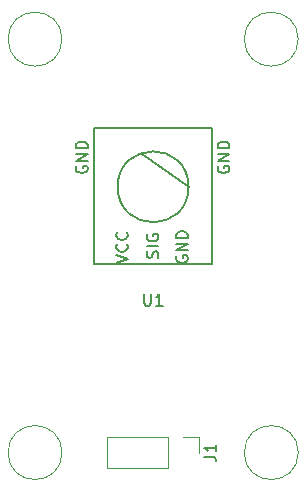
<source format=gbr>
G04 #@! TF.FileFunction,Legend,Top*
%FSLAX46Y46*%
G04 Gerber Fmt 4.6, Leading zero omitted, Abs format (unit mm)*
G04 Created by KiCad (PCBNEW 4.0.7) date 07/03/18 20:11:16*
%MOMM*%
%LPD*%
G01*
G04 APERTURE LIST*
%ADD10C,0.100000*%
%ADD11C,0.120000*%
%ADD12C,0.150000*%
G04 APERTURE END LIST*
D10*
D11*
X131130000Y-108670000D02*
X131130000Y-111330000D01*
X136270000Y-108670000D02*
X131130000Y-108670000D01*
X136270000Y-111330000D02*
X131130000Y-111330000D01*
X136270000Y-108670000D02*
X136270000Y-111330000D01*
X137540000Y-108670000D02*
X138870000Y-108670000D01*
X138870000Y-108670000D02*
X138870000Y-110000000D01*
X127286000Y-75000000D02*
G75*
G03X127286000Y-75000000I-2286000J0D01*
G01*
X147286000Y-75000000D02*
G75*
G03X147286000Y-75000000I-2286000J0D01*
G01*
X127286000Y-110000000D02*
G75*
G03X127286000Y-110000000I-2286000J0D01*
G01*
X147286000Y-110000000D02*
G75*
G03X147286000Y-110000000I-2286000J0D01*
G01*
D12*
X138000000Y-87500000D02*
X134100000Y-84700000D01*
X138000000Y-87500000D02*
G75*
G03X138000000Y-87500000I-3000000J0D01*
G01*
X130000000Y-82500000D02*
X130000000Y-94000000D01*
X140000000Y-82500000D02*
X130000000Y-82500000D01*
X140000000Y-94000000D02*
X140000000Y-82500000D01*
X130000000Y-94000000D02*
X140000000Y-94000000D01*
X139322381Y-110333333D02*
X140036667Y-110333333D01*
X140179524Y-110380953D01*
X140274762Y-110476191D01*
X140322381Y-110619048D01*
X140322381Y-110714286D01*
X140322381Y-109333333D02*
X140322381Y-109904762D01*
X140322381Y-109619048D02*
X139322381Y-109619048D01*
X139465238Y-109714286D01*
X139560476Y-109809524D01*
X139608095Y-109904762D01*
X134238095Y-96552381D02*
X134238095Y-97361905D01*
X134285714Y-97457143D01*
X134333333Y-97504762D01*
X134428571Y-97552381D01*
X134619048Y-97552381D01*
X134714286Y-97504762D01*
X134761905Y-97457143D01*
X134809524Y-97361905D01*
X134809524Y-96552381D01*
X135809524Y-97552381D02*
X135238095Y-97552381D01*
X135523809Y-97552381D02*
X135523809Y-96552381D01*
X135428571Y-96695238D01*
X135333333Y-96790476D01*
X135238095Y-96838095D01*
X128500000Y-85761904D02*
X128452381Y-85857142D01*
X128452381Y-85999999D01*
X128500000Y-86142857D01*
X128595238Y-86238095D01*
X128690476Y-86285714D01*
X128880952Y-86333333D01*
X129023810Y-86333333D01*
X129214286Y-86285714D01*
X129309524Y-86238095D01*
X129404762Y-86142857D01*
X129452381Y-85999999D01*
X129452381Y-85904761D01*
X129404762Y-85761904D01*
X129357143Y-85714285D01*
X129023810Y-85714285D01*
X129023810Y-85904761D01*
X129452381Y-85285714D02*
X128452381Y-85285714D01*
X129452381Y-84714285D01*
X128452381Y-84714285D01*
X129452381Y-84238095D02*
X128452381Y-84238095D01*
X128452381Y-84000000D01*
X128500000Y-83857142D01*
X128595238Y-83761904D01*
X128690476Y-83714285D01*
X128880952Y-83666666D01*
X129023810Y-83666666D01*
X129214286Y-83714285D01*
X129309524Y-83761904D01*
X129404762Y-83857142D01*
X129452381Y-84000000D01*
X129452381Y-84238095D01*
X140500000Y-85761904D02*
X140452381Y-85857142D01*
X140452381Y-85999999D01*
X140500000Y-86142857D01*
X140595238Y-86238095D01*
X140690476Y-86285714D01*
X140880952Y-86333333D01*
X141023810Y-86333333D01*
X141214286Y-86285714D01*
X141309524Y-86238095D01*
X141404762Y-86142857D01*
X141452381Y-85999999D01*
X141452381Y-85904761D01*
X141404762Y-85761904D01*
X141357143Y-85714285D01*
X141023810Y-85714285D01*
X141023810Y-85904761D01*
X141452381Y-85285714D02*
X140452381Y-85285714D01*
X141452381Y-84714285D01*
X140452381Y-84714285D01*
X141452381Y-84238095D02*
X140452381Y-84238095D01*
X140452381Y-84000000D01*
X140500000Y-83857142D01*
X140595238Y-83761904D01*
X140690476Y-83714285D01*
X140880952Y-83666666D01*
X141023810Y-83666666D01*
X141214286Y-83714285D01*
X141309524Y-83761904D01*
X141404762Y-83857142D01*
X141452381Y-84000000D01*
X141452381Y-84238095D01*
X137000000Y-93361904D02*
X136952381Y-93457142D01*
X136952381Y-93599999D01*
X137000000Y-93742857D01*
X137095238Y-93838095D01*
X137190476Y-93885714D01*
X137380952Y-93933333D01*
X137523810Y-93933333D01*
X137714286Y-93885714D01*
X137809524Y-93838095D01*
X137904762Y-93742857D01*
X137952381Y-93599999D01*
X137952381Y-93504761D01*
X137904762Y-93361904D01*
X137857143Y-93314285D01*
X137523810Y-93314285D01*
X137523810Y-93504761D01*
X137952381Y-92885714D02*
X136952381Y-92885714D01*
X137952381Y-92314285D01*
X136952381Y-92314285D01*
X137952381Y-91838095D02*
X136952381Y-91838095D01*
X136952381Y-91600000D01*
X137000000Y-91457142D01*
X137095238Y-91361904D01*
X137190476Y-91314285D01*
X137380952Y-91266666D01*
X137523810Y-91266666D01*
X137714286Y-91314285D01*
X137809524Y-91361904D01*
X137904762Y-91457142D01*
X137952381Y-91600000D01*
X137952381Y-91838095D01*
X135404762Y-93523809D02*
X135452381Y-93380952D01*
X135452381Y-93142856D01*
X135404762Y-93047618D01*
X135357143Y-92999999D01*
X135261905Y-92952380D01*
X135166667Y-92952380D01*
X135071429Y-92999999D01*
X135023810Y-93047618D01*
X134976190Y-93142856D01*
X134928571Y-93333333D01*
X134880952Y-93428571D01*
X134833333Y-93476190D01*
X134738095Y-93523809D01*
X134642857Y-93523809D01*
X134547619Y-93476190D01*
X134500000Y-93428571D01*
X134452381Y-93333333D01*
X134452381Y-93095237D01*
X134500000Y-92952380D01*
X135452381Y-92523809D02*
X134452381Y-92523809D01*
X134500000Y-91523809D02*
X134452381Y-91619047D01*
X134452381Y-91761904D01*
X134500000Y-91904762D01*
X134595238Y-92000000D01*
X134690476Y-92047619D01*
X134880952Y-92095238D01*
X135023810Y-92095238D01*
X135214286Y-92047619D01*
X135309524Y-92000000D01*
X135404762Y-91904762D01*
X135452381Y-91761904D01*
X135452381Y-91666666D01*
X135404762Y-91523809D01*
X135357143Y-91476190D01*
X135023810Y-91476190D01*
X135023810Y-91666666D01*
X131852381Y-93933333D02*
X132852381Y-93600000D01*
X131852381Y-93266666D01*
X132757143Y-92361904D02*
X132804762Y-92409523D01*
X132852381Y-92552380D01*
X132852381Y-92647618D01*
X132804762Y-92790476D01*
X132709524Y-92885714D01*
X132614286Y-92933333D01*
X132423810Y-92980952D01*
X132280952Y-92980952D01*
X132090476Y-92933333D01*
X131995238Y-92885714D01*
X131900000Y-92790476D01*
X131852381Y-92647618D01*
X131852381Y-92552380D01*
X131900000Y-92409523D01*
X131947619Y-92361904D01*
X132757143Y-91361904D02*
X132804762Y-91409523D01*
X132852381Y-91552380D01*
X132852381Y-91647618D01*
X132804762Y-91790476D01*
X132709524Y-91885714D01*
X132614286Y-91933333D01*
X132423810Y-91980952D01*
X132280952Y-91980952D01*
X132090476Y-91933333D01*
X131995238Y-91885714D01*
X131900000Y-91790476D01*
X131852381Y-91647618D01*
X131852381Y-91552380D01*
X131900000Y-91409523D01*
X131947619Y-91361904D01*
M02*

</source>
